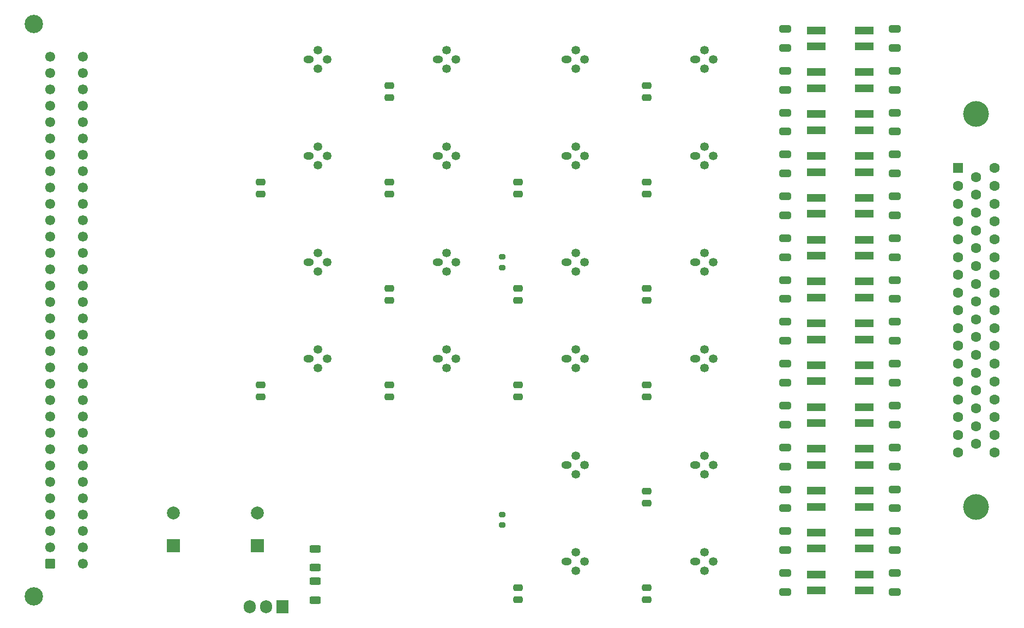
<source format=gbr>
%TF.GenerationSoftware,KiCad,Pcbnew,7.0.1*%
%TF.CreationDate,2023-05-27T02:15:05+02:00*%
%TF.ProjectId,main,6d61696e-2e6b-4696-9361-645f70636258,v1.0.1*%
%TF.SameCoordinates,Original*%
%TF.FileFunction,Soldermask,Top*%
%TF.FilePolarity,Negative*%
%FSLAX46Y46*%
G04 Gerber Fmt 4.6, Leading zero omitted, Abs format (unit mm)*
G04 Created by KiCad (PCBNEW 7.0.1) date 2023-05-27 02:15:05*
%MOMM*%
%LPD*%
G01*
G04 APERTURE LIST*
G04 Aperture macros list*
%AMRoundRect*
0 Rectangle with rounded corners*
0 $1 Rounding radius*
0 $2 $3 $4 $5 $6 $7 $8 $9 X,Y pos of 4 corners*
0 Add a 4 corners polygon primitive as box body*
4,1,4,$2,$3,$4,$5,$6,$7,$8,$9,$2,$3,0*
0 Add four circle primitives for the rounded corners*
1,1,$1+$1,$2,$3*
1,1,$1+$1,$4,$5*
1,1,$1+$1,$6,$7*
1,1,$1+$1,$8,$9*
0 Add four rect primitives between the rounded corners*
20,1,$1+$1,$2,$3,$4,$5,0*
20,1,$1+$1,$4,$5,$6,$7,0*
20,1,$1+$1,$6,$7,$8,$9,0*
20,1,$1+$1,$8,$9,$2,$3,0*%
G04 Aperture macros list end*
%ADD10O,1.600000X1.200000*%
%ADD11C,1.350000*%
%ADD12RoundRect,0.200000X0.275000X-0.200000X0.275000X0.200000X-0.275000X0.200000X-0.275000X-0.200000X0*%
%ADD13RoundRect,0.250000X-0.650000X0.325000X-0.650000X-0.325000X0.650000X-0.325000X0.650000X0.325000X0*%
%ADD14RoundRect,0.250000X0.625000X-0.312500X0.625000X0.312500X-0.625000X0.312500X-0.625000X-0.312500X0*%
%ADD15R,2.850000X1.200000*%
%ADD16RoundRect,0.250000X0.475000X-0.250000X0.475000X0.250000X-0.475000X0.250000X-0.475000X-0.250000X0*%
%ADD17R,1.905000X2.000000*%
%ADD18O,1.905000X2.000000*%
%ADD19C,4.000000*%
%ADD20R,1.600000X1.600000*%
%ADD21C,1.600000*%
%ADD22R,2.000000X2.000000*%
%ADD23C,2.000000*%
%ADD24C,2.850000*%
%ADD25RoundRect,0.249999X0.525001X-0.525001X0.525001X0.525001X-0.525001X0.525001X-0.525001X-0.525001X0*%
%ADD26C,1.550000*%
G04 APERTURE END LIST*
D10*
%TO.C,U10*%
X100500000Y-117500000D03*
D11*
X101914214Y-118914214D03*
X103328428Y-117500000D03*
X101914214Y-116085786D03*
%TD*%
D10*
%TO.C,U13*%
X120500000Y-102500000D03*
D11*
X121914214Y-103914214D03*
X123328428Y-102500000D03*
X121914214Y-101085786D03*
%TD*%
D10*
%TO.C,U9*%
X100500000Y-102500000D03*
D11*
X101914214Y-103914214D03*
X103328428Y-102500000D03*
X101914214Y-101085786D03*
%TD*%
D10*
%TO.C,U5*%
X140500000Y-86000000D03*
D11*
X141914214Y-87414214D03*
X143328428Y-86000000D03*
X141914214Y-84585786D03*
%TD*%
D10*
%TO.C,U23*%
X80500000Y-71000000D03*
D11*
X81914214Y-72414214D03*
X83328428Y-71000000D03*
X81914214Y-69585786D03*
%TD*%
D10*
%TO.C,U4*%
X140500000Y-71000000D03*
D11*
X141914214Y-72414214D03*
X143328428Y-71000000D03*
X141914214Y-69585786D03*
%TD*%
D10*
%TO.C,U24*%
X100500000Y-71000000D03*
D11*
X101914214Y-72414214D03*
X103328428Y-71000000D03*
X101914214Y-69585786D03*
%TD*%
D10*
%TO.C,U20*%
X140500000Y-149000000D03*
D11*
X141914214Y-150414214D03*
X143328428Y-149000000D03*
X141914214Y-147585786D03*
%TD*%
D10*
%TO.C,U14*%
X140500000Y-102500000D03*
D11*
X141914214Y-103914214D03*
X143328428Y-102500000D03*
X141914214Y-101085786D03*
%TD*%
D10*
%TO.C,U18*%
X120500000Y-134000000D03*
D11*
X121914214Y-135414214D03*
X123328428Y-134000000D03*
X121914214Y-132585786D03*
%TD*%
D12*
%TO.C,TH1*%
X110500000Y-103325000D03*
X110500000Y-101675000D03*
%TD*%
D10*
%TO.C,U3*%
X120500000Y-71000000D03*
D11*
X121914214Y-72414214D03*
X123328428Y-71000000D03*
X121914214Y-69585786D03*
%TD*%
D10*
%TO.C,U19*%
X140500000Y-134000000D03*
D11*
X141914214Y-135414214D03*
X143328428Y-134000000D03*
X141914214Y-132585786D03*
%TD*%
D10*
%TO.C,U8*%
X80500000Y-102500000D03*
D11*
X81914214Y-103914214D03*
X83328428Y-102500000D03*
X81914214Y-101085786D03*
%TD*%
D13*
%TO.C,C5*%
X154500000Y-85775000D03*
X154500000Y-88725000D03*
%TD*%
D10*
%TO.C,U7*%
X80500000Y-117500000D03*
D11*
X81914214Y-118914214D03*
X83328428Y-117500000D03*
X81914214Y-116085786D03*
%TD*%
D14*
%TO.C,R101*%
X81500000Y-154962500D03*
X81500000Y-152037500D03*
%TD*%
D15*
%TO.C,L4*%
X159275000Y-79500000D03*
X166725000Y-79500000D03*
X159275000Y-82000000D03*
X166725000Y-82000000D03*
%TD*%
%TO.C,L17*%
X159275000Y-99000000D03*
X166725000Y-99000000D03*
X159275000Y-101500000D03*
X166725000Y-101500000D03*
%TD*%
D16*
%TO.C,R21*%
X73000000Y-123450000D03*
X73000000Y-121550000D03*
%TD*%
D13*
%TO.C,C89*%
X154500000Y-98775000D03*
X154500000Y-101725000D03*
%TD*%
D15*
%TO.C,L8*%
X159275000Y-125000000D03*
X166725000Y-125000000D03*
X159275000Y-127500000D03*
X166725000Y-127500000D03*
%TD*%
%TO.C,L18*%
X159275000Y-66500000D03*
X166725000Y-66500000D03*
X159275000Y-69000000D03*
X166725000Y-69000000D03*
%TD*%
%TO.C,L2*%
X159275000Y-73000000D03*
X166725000Y-73000000D03*
X159275000Y-75500000D03*
X166725000Y-75500000D03*
%TD*%
D16*
%TO.C,R71*%
X133000000Y-139950000D03*
X133000000Y-138050000D03*
%TD*%
D15*
%TO.C,L9*%
X159275000Y-118500000D03*
X166725000Y-118500000D03*
X159275000Y-121000000D03*
X166725000Y-121000000D03*
%TD*%
D13*
%TO.C,C11*%
X171500000Y-72775000D03*
X171500000Y-75725000D03*
%TD*%
%TO.C,C47*%
X154500000Y-118275000D03*
X154500000Y-121225000D03*
%TD*%
D17*
%TO.C,U26*%
X76400000Y-156000000D03*
D18*
X73860000Y-156000000D03*
X71320000Y-156000000D03*
%TD*%
D16*
%TO.C,R36*%
X93000000Y-123450000D03*
X93000000Y-121550000D03*
%TD*%
D10*
%TO.C,U22*%
X80500000Y-86000000D03*
D11*
X81914214Y-87414214D03*
X83328428Y-86000000D03*
X81914214Y-84585786D03*
%TD*%
D10*
%TO.C,U15*%
X140500000Y-117500000D03*
D11*
X141914214Y-118914214D03*
X143328428Y-117500000D03*
X141914214Y-116085786D03*
%TD*%
D10*
%TO.C,U12*%
X120500000Y-117500000D03*
D11*
X121914214Y-118914214D03*
X123328428Y-117500000D03*
X121914214Y-116085786D03*
%TD*%
D16*
%TO.C,R51*%
X133000000Y-108450000D03*
X133000000Y-106550000D03*
%TD*%
%TO.C,R16*%
X133000000Y-91950000D03*
X133000000Y-90050000D03*
%TD*%
%TO.C,R31*%
X93000000Y-108450000D03*
X93000000Y-106550000D03*
%TD*%
D13*
%TO.C,C26*%
X154500000Y-131275000D03*
X154500000Y-134225000D03*
%TD*%
%TO.C,C48*%
X171500000Y-118275000D03*
X171500000Y-121225000D03*
%TD*%
%TO.C,C31*%
X154500000Y-105275000D03*
X154500000Y-108225000D03*
%TD*%
D15*
%TO.C,L14*%
X159275000Y-138000000D03*
X166725000Y-138000000D03*
X159275000Y-140500000D03*
X166725000Y-140500000D03*
%TD*%
D16*
%TO.C,R46*%
X113000000Y-108450000D03*
X113000000Y-106550000D03*
%TD*%
%TO.C,R96*%
X93000000Y-91950000D03*
X93000000Y-90050000D03*
%TD*%
D19*
%TO.C,J2*%
X184140000Y-140555000D03*
X184140000Y-79445000D03*
D20*
X181300000Y-87900000D03*
D21*
X181300000Y-90670000D03*
X181300000Y-93440000D03*
X181300000Y-96180000D03*
X181300000Y-98950000D03*
X181300000Y-101720000D03*
X181300000Y-104460000D03*
X181300000Y-107230000D03*
X181300000Y-110000000D03*
X181300000Y-112740000D03*
X181300000Y-115490000D03*
X181300000Y-118280000D03*
X181300000Y-121050000D03*
X181300000Y-123820000D03*
X181300000Y-126560000D03*
X181300000Y-129330000D03*
X181300000Y-132100000D03*
X184140000Y-89300000D03*
X184140000Y-92040000D03*
X184140000Y-94810000D03*
X184140000Y-97580000D03*
X184140000Y-100320000D03*
X184140000Y-103090000D03*
X184140000Y-105860000D03*
X184140000Y-108600000D03*
X184140000Y-111400000D03*
X184140000Y-114110000D03*
X184140000Y-116910000D03*
X184140000Y-119680000D03*
X184140000Y-122420000D03*
X184140000Y-125190000D03*
X184140000Y-127960000D03*
X184140000Y-130700000D03*
X186980000Y-87900000D03*
X186980000Y-90670000D03*
X186980000Y-93440000D03*
X186980000Y-96180000D03*
X186980000Y-98950000D03*
X186980000Y-101720000D03*
X186980000Y-104460000D03*
X186980000Y-107230000D03*
X186980000Y-110000000D03*
X186980000Y-112740000D03*
X186980000Y-115490000D03*
X186980000Y-118280000D03*
X186980000Y-121050000D03*
X186980000Y-123820000D03*
X186980000Y-126560000D03*
X186980000Y-129330000D03*
X186980000Y-132100000D03*
%TD*%
D16*
%TO.C,R81*%
X73000000Y-91950000D03*
X73000000Y-90050000D03*
%TD*%
D13*
%TO.C,C41*%
X154500000Y-124775000D03*
X154500000Y-127725000D03*
%TD*%
D16*
%TO.C,R56*%
X133000000Y-123450000D03*
X133000000Y-121550000D03*
%TD*%
D13*
%TO.C,C84*%
X171500000Y-144275000D03*
X171500000Y-147225000D03*
%TD*%
D10*
%TO.C,U25*%
X100500000Y-86000000D03*
D11*
X101914214Y-87414214D03*
X103328428Y-86000000D03*
X101914214Y-84585786D03*
%TD*%
D13*
%TO.C,C74*%
X171500000Y-137775000D03*
X171500000Y-140725000D03*
%TD*%
%TO.C,C42*%
X171500000Y-124775000D03*
X171500000Y-127725000D03*
%TD*%
%TO.C,C32*%
X171500000Y-105275000D03*
X171500000Y-108225000D03*
%TD*%
%TO.C,C62*%
X154500000Y-111775000D03*
X154500000Y-114725000D03*
%TD*%
D15*
%TO.C,L5*%
X159275000Y-131500000D03*
X166725000Y-131500000D03*
X159275000Y-134000000D03*
X166725000Y-134000000D03*
%TD*%
%TO.C,L13*%
X159275000Y-151000000D03*
X166725000Y-151000000D03*
X159275000Y-153500000D03*
X166725000Y-153500000D03*
%TD*%
D13*
%TO.C,C63*%
X171500000Y-111775000D03*
X171500000Y-114725000D03*
%TD*%
D15*
%TO.C,L6*%
X159275000Y-105500000D03*
X166725000Y-105500000D03*
X159275000Y-108000000D03*
X166725000Y-108000000D03*
%TD*%
D13*
%TO.C,C104*%
X154500000Y-92275000D03*
X154500000Y-95225000D03*
%TD*%
%TO.C,C90*%
X171500000Y-98775000D03*
X171500000Y-101725000D03*
%TD*%
D16*
%TO.C,R76*%
X133000000Y-154950000D03*
X133000000Y-153050000D03*
%TD*%
%TO.C,R1*%
X113000000Y-91950000D03*
X113000000Y-90050000D03*
%TD*%
D13*
%TO.C,C105*%
X171500000Y-92275000D03*
X171500000Y-95225000D03*
%TD*%
D16*
%TO.C,R61*%
X113000000Y-154950000D03*
X113000000Y-153050000D03*
%TD*%
%TO.C,R11*%
X133000000Y-76950000D03*
X133000000Y-75050000D03*
%TD*%
D13*
%TO.C,C83*%
X154500000Y-144275000D03*
X154500000Y-147225000D03*
%TD*%
%TO.C,C20*%
X154500000Y-79275000D03*
X154500000Y-82225000D03*
%TD*%
%TO.C,C68*%
X154500000Y-150775000D03*
X154500000Y-153725000D03*
%TD*%
D15*
%TO.C,L1*%
X159275000Y-86000000D03*
X166725000Y-86000000D03*
X159275000Y-88500000D03*
X166725000Y-88500000D03*
%TD*%
D13*
%TO.C,C94*%
X154500000Y-66275000D03*
X154500000Y-69225000D03*
%TD*%
D15*
%TO.C,L16*%
X159275000Y-144500000D03*
X166725000Y-144500000D03*
X159275000Y-147000000D03*
X166725000Y-147000000D03*
%TD*%
D13*
%TO.C,C6*%
X171500000Y-85775000D03*
X171500000Y-88725000D03*
%TD*%
D16*
%TO.C,R41*%
X113000000Y-123450000D03*
X113000000Y-121550000D03*
%TD*%
D13*
%TO.C,C73*%
X154500000Y-137775000D03*
X154500000Y-140725000D03*
%TD*%
D16*
%TO.C,R91*%
X93000000Y-76950000D03*
X93000000Y-75050000D03*
%TD*%
D10*
%TO.C,U17*%
X120500000Y-149000000D03*
D11*
X121914214Y-150414214D03*
X123328428Y-149000000D03*
X121914214Y-147585786D03*
%TD*%
D22*
%TO.C,C106*%
X59500000Y-146500000D03*
D23*
X59500000Y-141500000D03*
%TD*%
D14*
%TO.C,R102*%
X81500000Y-149962500D03*
X81500000Y-147037500D03*
%TD*%
D10*
%TO.C,U2*%
X120500000Y-86000000D03*
D11*
X121914214Y-87414214D03*
X123328428Y-86000000D03*
X121914214Y-84585786D03*
%TD*%
D12*
%TO.C,TH2*%
X110500000Y-143325000D03*
X110500000Y-141675000D03*
%TD*%
D13*
%TO.C,C27*%
X171500000Y-131275000D03*
X171500000Y-134225000D03*
%TD*%
%TO.C,C10*%
X154500000Y-72775000D03*
X154500000Y-75725000D03*
%TD*%
%TO.C,C95*%
X171500000Y-66275000D03*
X171500000Y-69225000D03*
%TD*%
%TO.C,C69*%
X171500000Y-150775000D03*
X171500000Y-153725000D03*
%TD*%
D15*
%TO.C,L12*%
X159275000Y-112000000D03*
X166725000Y-112000000D03*
X159275000Y-114500000D03*
X166725000Y-114500000D03*
%TD*%
D22*
%TO.C,C107*%
X72500000Y-146500000D03*
D23*
X72500000Y-141500000D03*
%TD*%
D15*
%TO.C,L20*%
X159275000Y-92500000D03*
X166725000Y-92500000D03*
X159275000Y-95000000D03*
X166725000Y-95000000D03*
%TD*%
D13*
%TO.C,C21*%
X171500000Y-79275000D03*
X171500000Y-82225000D03*
%TD*%
D24*
%TO.C,J1*%
X37760000Y-154450000D03*
X37760000Y-65550000D03*
D25*
X40300000Y-149370000D03*
D26*
X40300000Y-146830000D03*
X40300000Y-144290000D03*
X40300000Y-141750000D03*
X40300000Y-139210000D03*
X40300000Y-136670000D03*
X40300000Y-134130000D03*
X40300000Y-131590000D03*
X40300000Y-129050000D03*
X40300000Y-126510000D03*
X40300000Y-123970000D03*
X40300000Y-121430000D03*
X40300000Y-118890000D03*
X40300000Y-116350000D03*
X40300000Y-113810000D03*
X40300000Y-111270000D03*
X40300000Y-108730000D03*
X40300000Y-106190000D03*
X40300000Y-103650000D03*
X40300000Y-101110000D03*
X40300000Y-98570000D03*
X40300000Y-96030000D03*
X40300000Y-93490000D03*
X40300000Y-90950000D03*
X40300000Y-88410000D03*
X40300000Y-85870000D03*
X40300000Y-83330000D03*
X40300000Y-80790000D03*
X40300000Y-78250000D03*
X40300000Y-75710000D03*
X40300000Y-73170000D03*
X40300000Y-70630000D03*
X45380000Y-149370000D03*
X45380000Y-146830000D03*
X45380000Y-144290000D03*
X45380000Y-141750000D03*
X45380000Y-139210000D03*
X45380000Y-136670000D03*
X45380000Y-134130000D03*
X45380000Y-131590000D03*
X45380000Y-129050000D03*
X45380000Y-126510000D03*
X45380000Y-123970000D03*
X45380000Y-121430000D03*
X45380000Y-118890000D03*
X45380000Y-116350000D03*
X45380000Y-113810000D03*
X45380000Y-111270000D03*
X45380000Y-108730000D03*
X45380000Y-106190000D03*
X45380000Y-103650000D03*
X45380000Y-101110000D03*
X45380000Y-98570000D03*
X45380000Y-96030000D03*
X45380000Y-93490000D03*
X45380000Y-90950000D03*
X45380000Y-88410000D03*
X45380000Y-85870000D03*
X45380000Y-83330000D03*
X45380000Y-80790000D03*
X45380000Y-78250000D03*
X45380000Y-75710000D03*
X45380000Y-73170000D03*
X45380000Y-70630000D03*
%TD*%
M02*

</source>
